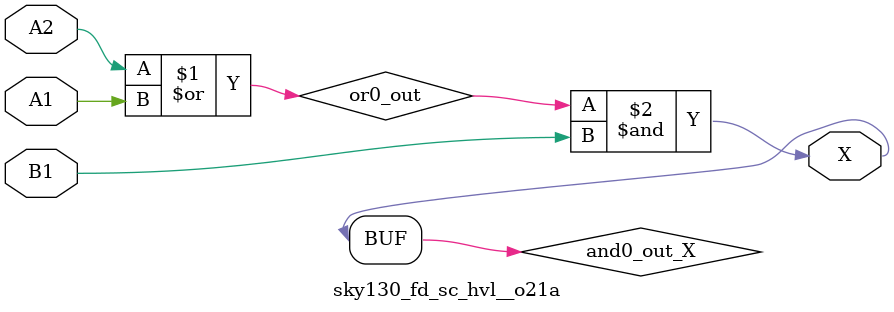
<source format=v>
/*
 * Copyright 2020 The SkyWater PDK Authors
 *
 * Licensed under the Apache License, Version 2.0 (the "License");
 * you may not use this file except in compliance with the License.
 * You may obtain a copy of the License at
 *
 *     https://www.apache.org/licenses/LICENSE-2.0
 *
 * Unless required by applicable law or agreed to in writing, software
 * distributed under the License is distributed on an "AS IS" BASIS,
 * WITHOUT WARRANTIES OR CONDITIONS OF ANY KIND, either express or implied.
 * See the License for the specific language governing permissions and
 * limitations under the License.
 *
 * SPDX-License-Identifier: Apache-2.0
*/


`ifndef SKY130_FD_SC_HVL__O21A_FUNCTIONAL_V
`define SKY130_FD_SC_HVL__O21A_FUNCTIONAL_V

/**
 * o21a: 2-input OR into first input of 2-input AND.
 *
 *       X = ((A1 | A2) & B1)
 *
 * Verilog simulation functional model.
 */

`timescale 1ns / 1ps
`default_nettype none

`celldefine
module sky130_fd_sc_hvl__o21a (
    X ,
    A1,
    A2,
    B1
);

    // Module ports
    output X ;
    input  A1;
    input  A2;
    input  B1;

    // Local signals
    wire or0_out   ;
    wire and0_out_X;

    //  Name  Output      Other arguments
    or  or0  (or0_out   , A2, A1         );
    and and0 (and0_out_X, or0_out, B1    );
    buf buf0 (X         , and0_out_X     );

endmodule
`endcelldefine

`default_nettype wire
`endif  // SKY130_FD_SC_HVL__O21A_FUNCTIONAL_V
</source>
